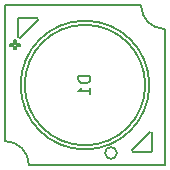
<source format=gbr>
G04 #@! TF.GenerationSoftware,KiCad,Pcbnew,5.0.2-bee76a0~70~ubuntu16.04.1*
G04 #@! TF.CreationDate,2019-11-30T17:26:29+01:00*
G04 #@! TF.ProjectId,bambule,62616d62-756c-4652-9e6b-696361645f70,rev?*
G04 #@! TF.SameCoordinates,Original*
G04 #@! TF.FileFunction,Legend,Bot*
G04 #@! TF.FilePolarity,Positive*
%FSLAX46Y46*%
G04 Gerber Fmt 4.6, Leading zero omitted, Abs format (unit mm)*
G04 Created by KiCad (PCBNEW 5.0.2-bee76a0~70~ubuntu16.04.1) date Sat 30 Nov 2019 05:26:29 PM CET*
%MOMM*%
%LPD*%
G01*
G04 APERTURE LIST*
%ADD10C,0.200000*%
%ADD11C,0.150000*%
G04 APERTURE END LIST*
D10*
G04 #@! TO.C,D1*
X93996160Y-96661144D02*
X93689395Y-96661144D01*
X106750000Y-106750000D02*
X95250000Y-106750000D01*
X105600000Y-105700000D02*
X104041421Y-105700000D01*
X95250000Y-106750000D02*
G75*
G03X93250000Y-104750000I-2000000J0D01*
G01*
X94168290Y-96965392D02*
X93996160Y-96965392D01*
X94400000Y-94300000D02*
X95958579Y-94300000D01*
X94471280Y-96488762D02*
X94471280Y-96661144D01*
X103970710Y-105529289D02*
G75*
G03X104041421Y-105700000I70711J-70711D01*
G01*
X94300000Y-95958580D02*
G75*
G03X94470711Y-96029289I100000J1D01*
G01*
X93689395Y-96488762D02*
X93996160Y-96488762D01*
X93996160Y-96965392D02*
X93996160Y-96661144D01*
X102700000Y-105750000D02*
G75*
G03X102700000Y-105750000I-500000J0D01*
G01*
X94168290Y-96488762D02*
X94471280Y-96488762D01*
X94400000Y-94300000D02*
G75*
G03X94300000Y-94400000I0J-100000D01*
G01*
X93996160Y-96184514D02*
X94168290Y-96184514D01*
X106750000Y-106750000D02*
X106750000Y-95250000D01*
X96029289Y-94470711D02*
X94470711Y-96029289D01*
X94168290Y-96184514D02*
X94168290Y-96488762D01*
X93996160Y-96488762D02*
X93996160Y-96184514D01*
X94471280Y-96661144D02*
X94168290Y-96661144D01*
X105600000Y-105700000D02*
G75*
G03X105700000Y-105600000I0J100000D01*
G01*
X104750000Y-93250000D02*
G75*
G03X106750000Y-95250000I2000000J0D01*
G01*
X96029290Y-94470711D02*
G75*
G03X95958579Y-94300000I-70711J70711D01*
G01*
X93689395Y-96661144D02*
X93689395Y-96488762D01*
X103970711Y-105529289D02*
X105529289Y-103970711D01*
X105700000Y-104041420D02*
G75*
G03X105529289Y-103970711I-100000J-1D01*
G01*
X105450000Y-100000000D02*
G75*
G03X105450000Y-100000000I-5450000J0D01*
G01*
X94300000Y-95958579D02*
X94300000Y-94400000D01*
X94168290Y-96661144D02*
X94168290Y-96965392D01*
X105700000Y-104041421D02*
X105700000Y-105600000D01*
X104750000Y-93250000D02*
X93250000Y-93250000D01*
X105100000Y-100000000D02*
G75*
G03X105100000Y-100000000I-5100000J0D01*
G01*
X93250000Y-104750000D02*
X93250000Y-93250000D01*
D11*
X100452380Y-99261904D02*
X99452380Y-99261904D01*
X99452380Y-99500000D01*
X99500000Y-99642857D01*
X99595238Y-99738095D01*
X99690476Y-99785714D01*
X99880952Y-99833333D01*
X100023809Y-99833333D01*
X100214285Y-99785714D01*
X100309523Y-99738095D01*
X100404761Y-99642857D01*
X100452380Y-99500000D01*
X100452380Y-99261904D01*
X100452380Y-100785714D02*
X100452380Y-100214285D01*
X100452380Y-100500000D02*
X99452380Y-100500000D01*
X99595238Y-100404761D01*
X99690476Y-100309523D01*
X99738095Y-100214285D01*
G04 #@! TD*
M02*

</source>
